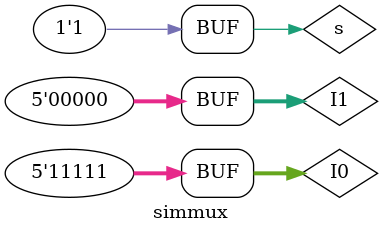
<source format=v>
`timescale 1ns / 1ps


module simmux();

    reg [4:0] I0;
    reg [4:0] I1;
    reg s;
    wire [4:0]o;
    
    initial begin 
    I0=5'b11111;
    I1=5'b00000;
    s=1'b0;
    #100;
    s=1'b1;    
    
    end
    mux215 mux(I0,I1,s,o);
    
    
    
    
    
endmodule

</source>
